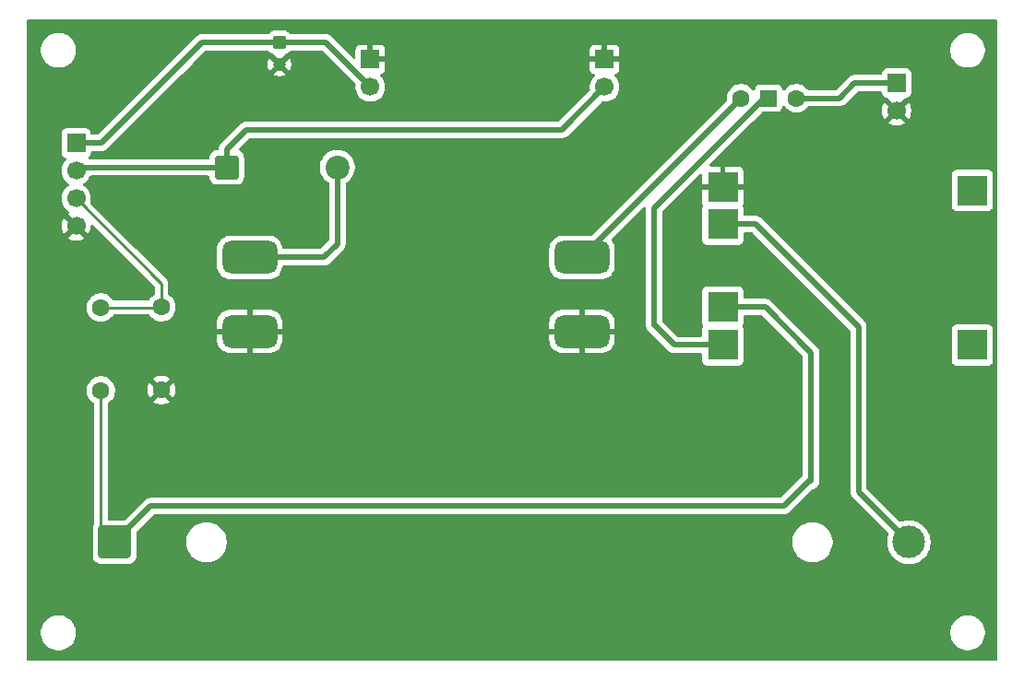
<source format=gbr>
%TF.GenerationSoftware,KiCad,Pcbnew,9.0.6*%
%TF.CreationDate,2026-01-16T16:59:01+03:00*%
%TF.ProjectId,RegulatedPowerSupply3.3V5V,52656775-6c61-4746-9564-506f77657253,rev?*%
%TF.SameCoordinates,Original*%
%TF.FileFunction,Copper,L2,Bot*%
%TF.FilePolarity,Positive*%
%FSLAX46Y46*%
G04 Gerber Fmt 4.6, Leading zero omitted, Abs format (unit mm)*
G04 Created by KiCad (PCBNEW 9.0.6) date 2026-01-16 16:59:01*
%MOMM*%
%LPD*%
G01*
G04 APERTURE LIST*
G04 Aperture macros list*
%AMRoundRect*
0 Rectangle with rounded corners*
0 $1 Rounding radius*
0 $2 $3 $4 $5 $6 $7 $8 $9 X,Y pos of 4 corners*
0 Add a 4 corners polygon primitive as box body*
4,1,4,$2,$3,$4,$5,$6,$7,$8,$9,$2,$3,0*
0 Add four circle primitives for the rounded corners*
1,1,$1+$1,$2,$3*
1,1,$1+$1,$4,$5*
1,1,$1+$1,$6,$7*
1,1,$1+$1,$8,$9*
0 Add four rect primitives between the rounded corners*
20,1,$1+$1,$2,$3,$4,$5,0*
20,1,$1+$1,$4,$5,$6,$7,0*
20,1,$1+$1,$6,$7,$8,$9,0*
20,1,$1+$1,$8,$9,$2,$3,0*%
G04 Aperture macros list end*
%TA.AperFunction,ComponentPad*%
%ADD10RoundRect,0.750000X1.750000X0.750000X-1.750000X0.750000X-1.750000X-0.750000X1.750000X-0.750000X0*%
%TD*%
%TA.AperFunction,ComponentPad*%
%ADD11C,1.600000*%
%TD*%
%TA.AperFunction,ComponentPad*%
%ADD12R,1.500000X1.500000*%
%TD*%
%TA.AperFunction,ComponentPad*%
%ADD13R,1.700000X1.700000*%
%TD*%
%TA.AperFunction,ComponentPad*%
%ADD14C,1.700000*%
%TD*%
%TA.AperFunction,ComponentPad*%
%ADD15RoundRect,0.250000X-0.350000X0.350000X-0.350000X-0.350000X0.350000X-0.350000X0.350000X0.350000X0*%
%TD*%
%TA.AperFunction,ComponentPad*%
%ADD16C,1.200000*%
%TD*%
%TA.AperFunction,ComponentPad*%
%ADD17R,2.800000X2.800000*%
%TD*%
%TA.AperFunction,ComponentPad*%
%ADD18RoundRect,0.249999X-1.250001X-1.250001X1.250001X-1.250001X1.250001X1.250001X-1.250001X1.250001X0*%
%TD*%
%TA.AperFunction,ComponentPad*%
%ADD19C,3.000000*%
%TD*%
%TA.AperFunction,ComponentPad*%
%ADD20RoundRect,0.249999X-0.850001X-0.850001X0.850001X-0.850001X0.850001X0.850001X-0.850001X0.850001X0*%
%TD*%
%TA.AperFunction,ComponentPad*%
%ADD21C,2.200000*%
%TD*%
%TA.AperFunction,Conductor*%
%ADD22C,0.500000*%
%TD*%
%TA.AperFunction,Conductor*%
%ADD23C,0.250000*%
%TD*%
G04 APERTURE END LIST*
D10*
%TO.P,MT3608_Module1,1,VIN+*%
%TO.N,/TP4056+*%
X148900000Y-91150000D03*
%TO.P,MT3608_Module1,2,VIN-*%
%TO.N,GND*%
X148900000Y-97950000D03*
%TO.P,MT3608_Module1,3,VOUT-*%
X118400000Y-97950000D03*
%TO.P,MT3608_Module1,4,VOUT+*%
%TO.N,/5V*%
X118400000Y-91150000D03*
%TD*%
D11*
%TO.P,OnOff_SlidingSW1,3,A*%
%TO.N,Net-(OnOff_SlidingSW1-A)*%
X168575000Y-76525000D03*
%TO.P,OnOff_SlidingSW1,2,C*%
%TO.N,/TP4056+*%
X163495000Y-76525000D03*
D12*
%TO.P,OnOff_SlidingSW1,1,B*%
X166035000Y-76525000D03*
%TD*%
D13*
%TO.P,PWROFF_IND1,1,Pin_1*%
%TO.N,Net-(OnOff_SlidingSW1-A)*%
X177775000Y-75135000D03*
D14*
%TO.P,PWROFF_IND1,2,Pin_2*%
%TO.N,GND*%
X177775000Y-77675000D03*
%TD*%
D13*
%TO.P,AMS1117_VOUTGND1,1,Pin_1*%
%TO.N,GND*%
X129475000Y-72960000D03*
D14*
%TO.P,AMS1117_VOUTGND1,2,Pin_2*%
%TO.N,/3.3V*%
X129475000Y-75500000D03*
%TD*%
D13*
%TO.P,AMS1117_VINGND1,1,Pin_1*%
%TO.N,GND*%
X150975000Y-72960000D03*
D14*
%TO.P,AMS1117_VINGND1,2,Pin_2*%
%TO.N,/5V*%
X150975000Y-75500000D03*
%TD*%
D15*
%TO.P,C1,1*%
%TO.N,/3.3V*%
X121125000Y-71400000D03*
D16*
%TO.P,C1,2*%
%TO.N,GND*%
X121125000Y-73400000D03*
%TD*%
D11*
%TO.P,R2,1*%
%TO.N,/BATT+*%
X104750000Y-103375000D03*
%TO.P,R2,2*%
X104750000Y-95755000D03*
%TD*%
%TO.P,R1,1*%
%TO.N,GND*%
X110300000Y-103350000D03*
%TO.P,R1,2*%
%TO.N,/BATT+*%
X110300000Y-95730000D03*
%TD*%
D13*
%TO.P,POWER_RAIL1,1,Pin_1*%
%TO.N,/3.3V*%
X102475000Y-80655000D03*
D14*
%TO.P,POWER_RAIL1,2,Pin_2*%
%TO.N,/5V*%
X102475000Y-83195000D03*
%TO.P,POWER_RAIL1,3,Pin_3*%
%TO.N,/BATT+*%
X102475000Y-85735000D03*
%TO.P,POWER_RAIL1,4,Pin_4*%
%TO.N,GND*%
X102475000Y-88275000D03*
%TD*%
D17*
%TO.P,TP4056_Module1,1,5V_IN+*%
%TO.N,unconnected-(TP4056_Module1-5V_IN+-Pad1)*%
X184725000Y-99200000D03*
%TO.P,TP4056_Module1,2,GND*%
%TO.N,unconnected-(TP4056_Module1-GND-Pad2)*%
X184725000Y-85000000D03*
%TO.P,TP4056_Module1,3,OUT+*%
%TO.N,/TP4056+*%
X161825000Y-99200000D03*
%TO.P,TP4056_Module1,4,OUT-*%
%TO.N,GND*%
X161825000Y-84700000D03*
%TO.P,TP4056_Module1,5,BAT+*%
%TO.N,/BATT+*%
X161825000Y-95700000D03*
%TO.P,TP4056_Module1,6,BAT-*%
%TO.N,/BATT-*%
X161825000Y-88100000D03*
%TD*%
D18*
%TO.P,Li-ion Rechargable BT1,1,+*%
%TO.N,/BATT+*%
X106000000Y-117325000D03*
D19*
%TO.P,Li-ion Rechargable BT1,2,-*%
%TO.N,/BATT-*%
X178900000Y-117325000D03*
%TD*%
D20*
%TO.P,D1,1,K*%
%TO.N,/5V*%
X116290000Y-82875000D03*
D21*
%TO.P,D1,2,A*%
X126450000Y-82875000D03*
%TD*%
D22*
%TO.N,/BATT+*%
X169925000Y-99900000D02*
X169925000Y-111500000D01*
X106000000Y-117325000D02*
X109325000Y-114000000D01*
X167425000Y-114000000D02*
X169925000Y-111500000D01*
X109325000Y-114000000D02*
X167425000Y-114000000D01*
X161825000Y-95700000D02*
X165725000Y-95700000D01*
X165725000Y-95700000D02*
X169925000Y-99900000D01*
X169925000Y-111500000D02*
X169925000Y-111700000D01*
%TO.N,/5V*%
X116290000Y-81235000D02*
X118100000Y-79425000D01*
X118100000Y-79425000D02*
X147050000Y-79425000D01*
X116290000Y-82875000D02*
X116290000Y-81235000D01*
X147050000Y-79425000D02*
X150975000Y-75500000D01*
X116290000Y-82875000D02*
X102795000Y-82875000D01*
D23*
X102795000Y-82875000D02*
X102475000Y-83195000D01*
D22*
X125200000Y-91150000D02*
X126450000Y-89900000D01*
X126450000Y-89900000D02*
X126450000Y-82875000D01*
D23*
%TO.N,/BATT+*%
X110300000Y-95730000D02*
X110300000Y-93560000D01*
X110300000Y-93560000D02*
X102475000Y-85735000D01*
D22*
%TO.N,/3.3V*%
X121125000Y-71400000D02*
X114030000Y-71400000D01*
X114030000Y-71400000D02*
X104775000Y-80655000D01*
X104775000Y-80655000D02*
X102475000Y-80655000D01*
D23*
%TO.N,/BATT+*%
X104750000Y-95755000D02*
X110275000Y-95755000D01*
X110275000Y-95755000D02*
X110300000Y-95730000D01*
X104750000Y-103375000D02*
X104750000Y-116075000D01*
X104750000Y-116075000D02*
X106000000Y-117325000D01*
D22*
%TO.N,/3.3V*%
X129475000Y-75500000D02*
X125375000Y-71400000D01*
X125375000Y-71400000D02*
X121125000Y-71400000D01*
%TO.N,/5V*%
X118400000Y-91150000D02*
X125200000Y-91150000D01*
%TO.N,/TP4056+*%
X158975000Y-81075000D02*
X158975000Y-81045000D01*
X158975000Y-81045000D02*
X163495000Y-76525000D01*
X158975000Y-81075000D02*
X148900000Y-91150000D01*
X165625000Y-76525000D02*
X155525000Y-86625000D01*
X166035000Y-76525000D02*
X165625000Y-76525000D01*
X155575000Y-97425000D02*
X155525000Y-97375000D01*
X155525000Y-97375000D02*
X155525000Y-86625000D01*
X161825000Y-99200000D02*
X157350000Y-99200000D01*
X157350000Y-99200000D02*
X155575000Y-97425000D01*
%TO.N,/BATT-*%
X164850000Y-88100000D02*
X174275000Y-97525000D01*
X161825000Y-88100000D02*
X164850000Y-88100000D01*
X174275000Y-97525000D02*
X174275000Y-112700000D01*
X174275000Y-112700000D02*
X178900000Y-117325000D01*
%TO.N,Net-(OnOff_SlidingSW1-A)*%
X177775000Y-75135000D02*
X173915000Y-75135000D01*
X173915000Y-75135000D02*
X172525000Y-76525000D01*
X168575000Y-76525000D02*
X172525000Y-76525000D01*
%TD*%
%TA.AperFunction,Conductor*%
%TO.N,GND*%
G36*
X186917539Y-69270185D02*
G01*
X186963294Y-69322989D01*
X186974500Y-69374500D01*
X186974500Y-128125500D01*
X186954815Y-128192539D01*
X186902011Y-128238294D01*
X186850500Y-128249500D01*
X98099500Y-128249500D01*
X98032461Y-128229815D01*
X97986706Y-128177011D01*
X97975500Y-128125500D01*
X97975500Y-125524038D01*
X99249500Y-125524038D01*
X99249500Y-125775961D01*
X99288910Y-126024785D01*
X99366760Y-126264383D01*
X99481132Y-126488848D01*
X99629201Y-126692649D01*
X99629205Y-126692654D01*
X99807345Y-126870794D01*
X99807350Y-126870798D01*
X99985117Y-126999952D01*
X100011155Y-127018870D01*
X100154184Y-127091747D01*
X100235616Y-127133239D01*
X100235618Y-127133239D01*
X100235621Y-127133241D01*
X100475215Y-127211090D01*
X100724038Y-127250500D01*
X100724039Y-127250500D01*
X100975961Y-127250500D01*
X100975962Y-127250500D01*
X101224785Y-127211090D01*
X101464379Y-127133241D01*
X101688845Y-127018870D01*
X101892656Y-126870793D01*
X102070793Y-126692656D01*
X102218870Y-126488845D01*
X102333241Y-126264379D01*
X102411090Y-126024785D01*
X102450500Y-125775962D01*
X102450500Y-125524038D01*
X182699500Y-125524038D01*
X182699500Y-125775961D01*
X182738910Y-126024785D01*
X182816760Y-126264383D01*
X182931132Y-126488848D01*
X183079201Y-126692649D01*
X183079205Y-126692654D01*
X183257345Y-126870794D01*
X183257350Y-126870798D01*
X183435117Y-126999952D01*
X183461155Y-127018870D01*
X183604184Y-127091747D01*
X183685616Y-127133239D01*
X183685618Y-127133239D01*
X183685621Y-127133241D01*
X183925215Y-127211090D01*
X184174038Y-127250500D01*
X184174039Y-127250500D01*
X184425961Y-127250500D01*
X184425962Y-127250500D01*
X184674785Y-127211090D01*
X184914379Y-127133241D01*
X185138845Y-127018870D01*
X185342656Y-126870793D01*
X185520793Y-126692656D01*
X185668870Y-126488845D01*
X185783241Y-126264379D01*
X185861090Y-126024785D01*
X185900500Y-125775962D01*
X185900500Y-125524038D01*
X185861090Y-125275215D01*
X185783241Y-125035621D01*
X185783239Y-125035618D01*
X185783239Y-125035616D01*
X185741747Y-124954184D01*
X185668870Y-124811155D01*
X185649952Y-124785117D01*
X185520798Y-124607350D01*
X185520794Y-124607345D01*
X185342654Y-124429205D01*
X185342649Y-124429201D01*
X185138848Y-124281132D01*
X185138847Y-124281131D01*
X185138845Y-124281130D01*
X185068747Y-124245413D01*
X184914383Y-124166760D01*
X184674785Y-124088910D01*
X184425962Y-124049500D01*
X184174038Y-124049500D01*
X184049626Y-124069205D01*
X183925214Y-124088910D01*
X183685616Y-124166760D01*
X183461151Y-124281132D01*
X183257350Y-124429201D01*
X183257345Y-124429205D01*
X183079205Y-124607345D01*
X183079201Y-124607350D01*
X182931132Y-124811151D01*
X182816760Y-125035616D01*
X182738910Y-125275214D01*
X182699500Y-125524038D01*
X102450500Y-125524038D01*
X102411090Y-125275215D01*
X102333241Y-125035621D01*
X102333239Y-125035618D01*
X102333239Y-125035616D01*
X102291747Y-124954184D01*
X102218870Y-124811155D01*
X102199952Y-124785117D01*
X102070798Y-124607350D01*
X102070794Y-124607345D01*
X101892654Y-124429205D01*
X101892649Y-124429201D01*
X101688848Y-124281132D01*
X101688847Y-124281131D01*
X101688845Y-124281130D01*
X101618747Y-124245413D01*
X101464383Y-124166760D01*
X101224785Y-124088910D01*
X100975962Y-124049500D01*
X100724038Y-124049500D01*
X100599626Y-124069205D01*
X100475214Y-124088910D01*
X100235616Y-124166760D01*
X100011151Y-124281132D01*
X99807350Y-124429201D01*
X99807345Y-124429205D01*
X99629205Y-124607345D01*
X99629201Y-124607350D01*
X99481132Y-124811151D01*
X99366760Y-125035616D01*
X99288910Y-125275214D01*
X99249500Y-125524038D01*
X97975500Y-125524038D01*
X97975500Y-103272648D01*
X103449500Y-103272648D01*
X103449500Y-103477351D01*
X103481522Y-103679534D01*
X103544781Y-103874223D01*
X103608691Y-103999653D01*
X103624842Y-104031350D01*
X103637715Y-104056613D01*
X103758028Y-104222213D01*
X103758034Y-104222219D01*
X103902781Y-104366966D01*
X104068390Y-104487287D01*
X104068394Y-104487289D01*
X104072332Y-104490150D01*
X104071111Y-104491829D01*
X104112155Y-104537177D01*
X104124500Y-104591114D01*
X104124500Y-115624335D01*
X104106039Y-115689431D01*
X104065189Y-115755658D01*
X104065186Y-115755665D01*
X104010001Y-115922202D01*
X104010001Y-115922203D01*
X104010000Y-115922203D01*
X103999500Y-116024982D01*
X103999500Y-118625017D01*
X104010000Y-118727796D01*
X104056107Y-118866936D01*
X104065186Y-118894335D01*
X104157288Y-119043656D01*
X104281344Y-119167712D01*
X104430665Y-119259814D01*
X104597202Y-119314999D01*
X104699990Y-119325500D01*
X104699995Y-119325500D01*
X107300005Y-119325500D01*
X107300010Y-119325500D01*
X107402798Y-119314999D01*
X107569335Y-119259814D01*
X107718656Y-119167712D01*
X107842712Y-119043656D01*
X107934814Y-118894335D01*
X107989999Y-118727798D01*
X108000500Y-118625010D01*
X108000500Y-117203711D01*
X112594500Y-117203711D01*
X112594500Y-117446288D01*
X112626161Y-117686785D01*
X112688947Y-117921104D01*
X112708960Y-117969419D01*
X112781776Y-118145212D01*
X112903064Y-118355289D01*
X112903066Y-118355292D01*
X112903067Y-118355293D01*
X113050733Y-118547736D01*
X113050739Y-118547743D01*
X113222256Y-118719260D01*
X113222262Y-118719265D01*
X113414711Y-118866936D01*
X113624788Y-118988224D01*
X113848900Y-119081054D01*
X114083211Y-119143838D01*
X114263586Y-119167584D01*
X114323711Y-119175500D01*
X114323712Y-119175500D01*
X114566289Y-119175500D01*
X114625460Y-119167710D01*
X114806789Y-119143838D01*
X115041100Y-119081054D01*
X115265212Y-118988224D01*
X115475289Y-118866936D01*
X115667738Y-118719265D01*
X115839265Y-118547738D01*
X115986936Y-118355289D01*
X116108224Y-118145212D01*
X116201054Y-117921100D01*
X116263838Y-117686789D01*
X116295500Y-117446288D01*
X116295500Y-117203712D01*
X116295500Y-117203711D01*
X168204500Y-117203711D01*
X168204500Y-117446288D01*
X168236161Y-117686785D01*
X168298947Y-117921104D01*
X168318960Y-117969419D01*
X168391776Y-118145212D01*
X168513064Y-118355289D01*
X168513066Y-118355292D01*
X168513067Y-118355293D01*
X168660733Y-118547736D01*
X168660739Y-118547743D01*
X168832256Y-118719260D01*
X168832262Y-118719265D01*
X169024711Y-118866936D01*
X169234788Y-118988224D01*
X169458900Y-119081054D01*
X169693211Y-119143838D01*
X169873586Y-119167584D01*
X169933711Y-119175500D01*
X169933712Y-119175500D01*
X170176289Y-119175500D01*
X170235460Y-119167710D01*
X170416789Y-119143838D01*
X170651100Y-119081054D01*
X170875212Y-118988224D01*
X171085289Y-118866936D01*
X171277738Y-118719265D01*
X171449265Y-118547738D01*
X171596936Y-118355289D01*
X171718224Y-118145212D01*
X171811054Y-117921100D01*
X171873838Y-117686789D01*
X171905500Y-117446288D01*
X171905500Y-117203712D01*
X171904206Y-117193886D01*
X171873838Y-116963214D01*
X171873838Y-116963211D01*
X171811054Y-116728900D01*
X171718224Y-116504788D01*
X171596936Y-116294711D01*
X171449265Y-116102262D01*
X171449260Y-116102256D01*
X171277743Y-115930739D01*
X171277736Y-115930733D01*
X171085293Y-115783067D01*
X171085292Y-115783066D01*
X171085289Y-115783064D01*
X170875212Y-115661776D01*
X170869720Y-115659501D01*
X170651104Y-115568947D01*
X170416785Y-115506161D01*
X170176289Y-115474500D01*
X170176288Y-115474500D01*
X169933712Y-115474500D01*
X169933711Y-115474500D01*
X169693214Y-115506161D01*
X169458895Y-115568947D01*
X169234794Y-115661773D01*
X169234785Y-115661777D01*
X169024706Y-115783067D01*
X168832263Y-115930733D01*
X168832256Y-115930739D01*
X168660739Y-116102256D01*
X168660733Y-116102263D01*
X168513067Y-116294706D01*
X168391777Y-116504785D01*
X168391773Y-116504794D01*
X168298947Y-116728895D01*
X168236161Y-116963214D01*
X168204500Y-117203711D01*
X116295500Y-117203711D01*
X116294206Y-117193886D01*
X116263838Y-116963214D01*
X116263838Y-116963211D01*
X116201054Y-116728900D01*
X116108224Y-116504788D01*
X115986936Y-116294711D01*
X115839265Y-116102262D01*
X115839260Y-116102256D01*
X115667743Y-115930739D01*
X115667736Y-115930733D01*
X115475293Y-115783067D01*
X115475292Y-115783066D01*
X115475289Y-115783064D01*
X115265212Y-115661776D01*
X115259720Y-115659501D01*
X115041104Y-115568947D01*
X114806785Y-115506161D01*
X114566289Y-115474500D01*
X114566288Y-115474500D01*
X114323712Y-115474500D01*
X114323711Y-115474500D01*
X114083214Y-115506161D01*
X113848895Y-115568947D01*
X113624794Y-115661773D01*
X113624785Y-115661777D01*
X113414706Y-115783067D01*
X113222263Y-115930733D01*
X113222256Y-115930739D01*
X113050739Y-116102256D01*
X113050733Y-116102263D01*
X112903067Y-116294706D01*
X112781777Y-116504785D01*
X112781773Y-116504794D01*
X112688947Y-116728895D01*
X112626161Y-116963214D01*
X112594500Y-117203711D01*
X108000500Y-117203711D01*
X108000500Y-116437229D01*
X108020185Y-116370190D01*
X108036819Y-116349548D01*
X109599548Y-114786819D01*
X109660871Y-114753334D01*
X109687229Y-114750500D01*
X167498920Y-114750500D01*
X167596462Y-114731096D01*
X167643913Y-114721658D01*
X167780495Y-114665084D01*
X167829729Y-114632186D01*
X167903416Y-114582952D01*
X170018447Y-112467919D01*
X170079768Y-112434436D01*
X170081778Y-112434016D01*
X170143913Y-112421658D01*
X170280495Y-112365084D01*
X170403416Y-112282951D01*
X170507951Y-112178416D01*
X170590084Y-112055495D01*
X170646658Y-111918913D01*
X170675500Y-111773918D01*
X170675500Y-111426082D01*
X170675500Y-99826082D01*
X170675500Y-99826079D01*
X170646659Y-99681092D01*
X170646658Y-99681091D01*
X170646658Y-99681087D01*
X170590084Y-99544505D01*
X170557186Y-99495270D01*
X170557185Y-99495268D01*
X170507956Y-99421589D01*
X170507952Y-99421584D01*
X166203421Y-95117052D01*
X166203420Y-95117051D01*
X166192590Y-95109815D01*
X166100660Y-95048390D01*
X166100660Y-95048389D01*
X166080495Y-95034916D01*
X166080490Y-95034913D01*
X165943917Y-94978343D01*
X165943907Y-94978340D01*
X165798920Y-94949500D01*
X165798918Y-94949500D01*
X163849499Y-94949500D01*
X163782460Y-94929815D01*
X163736705Y-94877011D01*
X163725499Y-94825500D01*
X163725499Y-94252129D01*
X163725498Y-94252123D01*
X163725497Y-94252116D01*
X163719091Y-94192517D01*
X163668796Y-94057669D01*
X163668795Y-94057668D01*
X163668793Y-94057664D01*
X163582547Y-93942455D01*
X163582544Y-93942452D01*
X163467335Y-93856206D01*
X163467328Y-93856202D01*
X163332482Y-93805908D01*
X163332483Y-93805908D01*
X163272883Y-93799501D01*
X163272881Y-93799500D01*
X163272873Y-93799500D01*
X163272864Y-93799500D01*
X160377129Y-93799500D01*
X160377123Y-93799501D01*
X160317516Y-93805908D01*
X160182671Y-93856202D01*
X160182664Y-93856206D01*
X160067455Y-93942452D01*
X160067452Y-93942455D01*
X159981206Y-94057664D01*
X159981202Y-94057671D01*
X159930908Y-94192517D01*
X159924501Y-94252116D01*
X159924501Y-94252123D01*
X159924500Y-94252135D01*
X159924500Y-97147870D01*
X159924501Y-97147876D01*
X159930908Y-97207483D01*
X159981202Y-97342328D01*
X159981203Y-97342330D01*
X160006176Y-97375690D01*
X160030592Y-97441155D01*
X160015740Y-97509428D01*
X160006176Y-97524310D01*
X159981203Y-97557669D01*
X159981202Y-97557671D01*
X159930908Y-97692517D01*
X159926825Y-97730499D01*
X159924501Y-97752123D01*
X159924500Y-97752135D01*
X159924500Y-98325500D01*
X159904815Y-98392539D01*
X159852011Y-98438294D01*
X159800500Y-98449500D01*
X157712230Y-98449500D01*
X157645191Y-98429815D01*
X157624549Y-98413181D01*
X156311819Y-97100451D01*
X156278334Y-97039128D01*
X156275500Y-97012770D01*
X156275500Y-86987229D01*
X156295185Y-86920190D01*
X156311814Y-86899553D01*
X159713320Y-83498047D01*
X159774642Y-83464563D01*
X159844334Y-83469547D01*
X159900267Y-83511419D01*
X159924684Y-83576883D01*
X159925000Y-83585729D01*
X159925000Y-84450000D01*
X161095111Y-84450000D01*
X161084590Y-84475399D01*
X161055000Y-84624162D01*
X161055000Y-84775838D01*
X161084590Y-84924601D01*
X161095111Y-84950000D01*
X159925000Y-84950000D01*
X159925000Y-86147844D01*
X159931401Y-86207372D01*
X159931403Y-86207379D01*
X159984746Y-86350399D01*
X159982930Y-86351076D01*
X159995383Y-86408316D01*
X159983428Y-86449033D01*
X159984303Y-86449359D01*
X159930908Y-86592517D01*
X159924501Y-86652116D01*
X159924501Y-86652123D01*
X159924500Y-86652135D01*
X159924500Y-89547870D01*
X159924501Y-89547876D01*
X159930908Y-89607483D01*
X159981202Y-89742328D01*
X159981206Y-89742335D01*
X160067452Y-89857544D01*
X160067455Y-89857547D01*
X160182664Y-89943793D01*
X160182671Y-89943797D01*
X160317517Y-89994091D01*
X160317516Y-89994091D01*
X160324444Y-89994835D01*
X160377127Y-90000500D01*
X163272872Y-90000499D01*
X163332483Y-89994091D01*
X163467331Y-89943796D01*
X163582546Y-89857546D01*
X163668796Y-89742331D01*
X163719091Y-89607483D01*
X163725500Y-89547873D01*
X163725500Y-88974500D01*
X163745185Y-88907461D01*
X163797989Y-88861706D01*
X163849500Y-88850500D01*
X164487770Y-88850500D01*
X164554809Y-88870185D01*
X164575451Y-88886819D01*
X173488181Y-97799549D01*
X173521666Y-97860872D01*
X173524500Y-97887230D01*
X173524500Y-112773918D01*
X173524500Y-112773920D01*
X173524499Y-112773920D01*
X173553340Y-112918907D01*
X173553343Y-112918917D01*
X173609914Y-113055492D01*
X173642812Y-113104727D01*
X173642813Y-113104730D01*
X173692046Y-113178414D01*
X173692052Y-113178421D01*
X176999429Y-116485797D01*
X177032914Y-116547120D01*
X177027930Y-116616812D01*
X177026309Y-116620930D01*
X177001607Y-116680565D01*
X177001602Y-116680581D01*
X176933730Y-116933885D01*
X176899500Y-117193872D01*
X176899500Y-117456127D01*
X176926123Y-117658339D01*
X176933730Y-117716116D01*
X176988655Y-117921100D01*
X177001602Y-117969418D01*
X177001605Y-117969428D01*
X177101953Y-118211690D01*
X177101958Y-118211700D01*
X177233075Y-118438803D01*
X177392718Y-118646851D01*
X177392726Y-118646860D01*
X177578140Y-118832274D01*
X177578148Y-118832281D01*
X177786196Y-118991924D01*
X178013299Y-119123041D01*
X178013309Y-119123046D01*
X178255571Y-119223394D01*
X178255581Y-119223398D01*
X178508884Y-119291270D01*
X178768880Y-119325500D01*
X178768887Y-119325500D01*
X179031113Y-119325500D01*
X179031120Y-119325500D01*
X179291116Y-119291270D01*
X179544419Y-119223398D01*
X179786697Y-119123043D01*
X180013803Y-118991924D01*
X180221851Y-118832282D01*
X180221855Y-118832277D01*
X180221860Y-118832274D01*
X180407274Y-118646860D01*
X180407277Y-118646855D01*
X180407282Y-118646851D01*
X180566924Y-118438803D01*
X180698043Y-118211697D01*
X180798398Y-117969419D01*
X180866270Y-117716116D01*
X180900500Y-117456120D01*
X180900500Y-117193880D01*
X180866270Y-116933884D01*
X180798398Y-116680581D01*
X180798394Y-116680571D01*
X180698046Y-116438309D01*
X180698041Y-116438299D01*
X180566924Y-116211196D01*
X180407281Y-116003148D01*
X180407274Y-116003140D01*
X180221860Y-115817726D01*
X180221851Y-115817718D01*
X180013803Y-115658075D01*
X179786700Y-115526958D01*
X179786690Y-115526953D01*
X179544428Y-115426605D01*
X179544421Y-115426603D01*
X179544419Y-115426602D01*
X179291116Y-115358730D01*
X179233339Y-115351123D01*
X179031127Y-115324500D01*
X179031120Y-115324500D01*
X178768880Y-115324500D01*
X178768872Y-115324500D01*
X178537772Y-115354926D01*
X178508884Y-115358730D01*
X178263691Y-115424429D01*
X178255581Y-115426602D01*
X178255565Y-115426607D01*
X178195930Y-115451309D01*
X178126460Y-115458778D01*
X178063981Y-115427502D01*
X178060797Y-115424429D01*
X175061819Y-112425451D01*
X175028334Y-112364128D01*
X175025500Y-112337770D01*
X175025500Y-97752135D01*
X182824500Y-97752135D01*
X182824500Y-100647870D01*
X182824501Y-100647876D01*
X182830908Y-100707483D01*
X182881202Y-100842328D01*
X182881206Y-100842335D01*
X182967452Y-100957544D01*
X182967455Y-100957547D01*
X183082664Y-101043793D01*
X183082671Y-101043797D01*
X183217517Y-101094091D01*
X183217516Y-101094091D01*
X183224444Y-101094835D01*
X183277127Y-101100500D01*
X186172872Y-101100499D01*
X186232483Y-101094091D01*
X186367331Y-101043796D01*
X186482546Y-100957546D01*
X186568796Y-100842331D01*
X186619091Y-100707483D01*
X186625500Y-100647873D01*
X186625499Y-97752128D01*
X186619091Y-97692517D01*
X186568796Y-97557669D01*
X186568795Y-97557668D01*
X186568793Y-97557664D01*
X186482547Y-97442455D01*
X186482544Y-97442452D01*
X186367335Y-97356206D01*
X186367328Y-97356202D01*
X186232482Y-97305908D01*
X186232483Y-97305908D01*
X186172883Y-97299501D01*
X186172881Y-97299500D01*
X186172873Y-97299500D01*
X186172864Y-97299500D01*
X183277129Y-97299500D01*
X183277123Y-97299501D01*
X183217516Y-97305908D01*
X183082671Y-97356202D01*
X183082664Y-97356206D01*
X182967455Y-97442452D01*
X182967452Y-97442455D01*
X182881206Y-97557664D01*
X182881202Y-97557671D01*
X182830908Y-97692517D01*
X182826825Y-97730499D01*
X182824501Y-97752123D01*
X182824500Y-97752135D01*
X175025500Y-97752135D01*
X175025500Y-97451079D01*
X174996659Y-97306092D01*
X174996658Y-97306091D01*
X174996658Y-97306087D01*
X174993930Y-97299500D01*
X174940086Y-97169509D01*
X174940085Y-97169507D01*
X174925636Y-97147883D01*
X174907186Y-97120270D01*
X174869677Y-97064132D01*
X174857956Y-97046589D01*
X174857952Y-97046584D01*
X165328421Y-87517052D01*
X165328414Y-87517046D01*
X165254729Y-87467812D01*
X165254729Y-87467813D01*
X165205491Y-87434913D01*
X165068917Y-87378343D01*
X165068907Y-87378340D01*
X164923920Y-87349500D01*
X164923918Y-87349500D01*
X163849499Y-87349500D01*
X163782460Y-87329815D01*
X163736705Y-87277011D01*
X163725499Y-87225500D01*
X163725499Y-86652129D01*
X163725498Y-86652123D01*
X163725497Y-86652116D01*
X163719091Y-86592517D01*
X163702692Y-86548548D01*
X163665697Y-86449359D01*
X163667266Y-86448773D01*
X163654616Y-86390630D01*
X163666314Y-86350793D01*
X163665253Y-86350398D01*
X163718597Y-86207376D01*
X163718598Y-86207372D01*
X163724999Y-86147844D01*
X163725000Y-86147827D01*
X163725000Y-84950000D01*
X162554889Y-84950000D01*
X162565410Y-84924601D01*
X162595000Y-84775838D01*
X162595000Y-84624162D01*
X162565410Y-84475399D01*
X162554889Y-84450000D01*
X163725000Y-84450000D01*
X163725000Y-83552135D01*
X182824500Y-83552135D01*
X182824500Y-86447870D01*
X182824501Y-86447876D01*
X182830908Y-86507483D01*
X182881202Y-86642328D01*
X182881206Y-86642335D01*
X182967452Y-86757544D01*
X182967455Y-86757547D01*
X183082664Y-86843793D01*
X183082671Y-86843797D01*
X183217517Y-86894091D01*
X183217516Y-86894091D01*
X183224046Y-86894793D01*
X183277127Y-86900500D01*
X186172872Y-86900499D01*
X186232483Y-86894091D01*
X186367331Y-86843796D01*
X186482546Y-86757546D01*
X186568796Y-86642331D01*
X186619091Y-86507483D01*
X186625500Y-86447873D01*
X186625499Y-83552128D01*
X186619091Y-83492517D01*
X186568796Y-83357669D01*
X186568795Y-83357668D01*
X186568793Y-83357664D01*
X186482547Y-83242455D01*
X186482544Y-83242452D01*
X186367335Y-83156206D01*
X186367328Y-83156202D01*
X186232482Y-83105908D01*
X186232483Y-83105908D01*
X186172883Y-83099501D01*
X186172881Y-83099500D01*
X186172873Y-83099500D01*
X186172864Y-83099500D01*
X183277129Y-83099500D01*
X183277123Y-83099501D01*
X183217516Y-83105908D01*
X183082671Y-83156202D01*
X183082664Y-83156206D01*
X182967455Y-83242452D01*
X182967452Y-83242455D01*
X182881206Y-83357664D01*
X182881202Y-83357671D01*
X182830908Y-83492517D01*
X182824501Y-83552116D01*
X182824501Y-83552123D01*
X182824500Y-83552135D01*
X163725000Y-83552135D01*
X163725000Y-83252172D01*
X163724999Y-83252155D01*
X163718598Y-83192627D01*
X163718596Y-83192620D01*
X163668354Y-83057913D01*
X163668350Y-83057906D01*
X163582190Y-82942812D01*
X163582187Y-82942809D01*
X163467093Y-82856649D01*
X163467086Y-82856645D01*
X163332379Y-82806403D01*
X163332372Y-82806401D01*
X163272844Y-82800000D01*
X162075000Y-82800000D01*
X162075000Y-83970110D01*
X162049601Y-83959590D01*
X161900838Y-83930000D01*
X161749162Y-83930000D01*
X161600399Y-83959590D01*
X161575000Y-83970110D01*
X161575000Y-82800000D01*
X160710730Y-82800000D01*
X160643691Y-82780315D01*
X160597936Y-82727511D01*
X160587992Y-82658353D01*
X160617017Y-82594797D01*
X160623049Y-82588319D01*
X164556037Y-78655330D01*
X165399549Y-77811818D01*
X165460872Y-77778333D01*
X165487230Y-77775499D01*
X166832871Y-77775499D01*
X166832872Y-77775499D01*
X166892483Y-77769091D01*
X167027331Y-77718796D01*
X167142546Y-77632546D01*
X167228796Y-77517331D01*
X167279091Y-77382483D01*
X167284823Y-77329162D01*
X167311560Y-77264615D01*
X167368952Y-77224767D01*
X167438777Y-77222273D01*
X167498866Y-77257925D01*
X167508430Y-77269536D01*
X167583028Y-77372212D01*
X167583032Y-77372217D01*
X167727786Y-77516971D01*
X167854695Y-77609174D01*
X167893390Y-77637287D01*
X168009607Y-77696503D01*
X168075776Y-77730218D01*
X168075778Y-77730218D01*
X168075781Y-77730220D01*
X168180137Y-77764127D01*
X168270465Y-77793477D01*
X168371557Y-77809488D01*
X168472648Y-77825500D01*
X168472649Y-77825500D01*
X168677351Y-77825500D01*
X168677352Y-77825500D01*
X168879534Y-77793477D01*
X169074219Y-77730220D01*
X169256610Y-77637287D01*
X169350940Y-77568753D01*
X169422213Y-77516971D01*
X169422215Y-77516968D01*
X169422219Y-77516966D01*
X169566966Y-77372219D01*
X169604127Y-77321070D01*
X169608753Y-77315993D01*
X169632975Y-77301263D01*
X169655429Y-77283949D01*
X169664139Y-77282313D01*
X169668452Y-77279691D01*
X169676973Y-77279902D01*
X169700418Y-77275500D01*
X172598920Y-77275500D01*
X172696462Y-77256096D01*
X172743913Y-77246658D01*
X172880495Y-77190084D01*
X172929729Y-77157186D01*
X173003416Y-77107952D01*
X174189549Y-75921819D01*
X174250872Y-75888334D01*
X174277230Y-75885500D01*
X176300501Y-75885500D01*
X176367540Y-75905185D01*
X176413295Y-75957989D01*
X176424501Y-76009500D01*
X176424501Y-76032876D01*
X176430908Y-76092483D01*
X176481202Y-76227328D01*
X176481206Y-76227335D01*
X176567452Y-76342544D01*
X176567455Y-76342547D01*
X176682664Y-76428793D01*
X176682671Y-76428797D01*
X176727618Y-76445561D01*
X176817517Y-76479091D01*
X176877127Y-76485500D01*
X176887685Y-76485499D01*
X176954723Y-76505179D01*
X176975372Y-76521818D01*
X177645591Y-77192037D01*
X177582007Y-77209075D01*
X177467993Y-77274901D01*
X177374901Y-77367993D01*
X177309075Y-77482007D01*
X177292037Y-77545591D01*
X176659728Y-76913282D01*
X176659727Y-76913282D01*
X176620380Y-76967439D01*
X176523904Y-77156782D01*
X176458242Y-77358869D01*
X176458242Y-77358872D01*
X176425000Y-77568753D01*
X176425000Y-77781246D01*
X176458242Y-77991127D01*
X176458242Y-77991130D01*
X176523904Y-78193217D01*
X176620375Y-78382550D01*
X176659728Y-78436716D01*
X177292037Y-77804408D01*
X177309075Y-77867993D01*
X177374901Y-77982007D01*
X177467993Y-78075099D01*
X177582007Y-78140925D01*
X177645590Y-78157962D01*
X177013282Y-78790269D01*
X177013282Y-78790270D01*
X177067449Y-78829624D01*
X177256782Y-78926095D01*
X177458870Y-78991757D01*
X177668754Y-79025000D01*
X177881246Y-79025000D01*
X178091127Y-78991757D01*
X178091130Y-78991757D01*
X178293217Y-78926095D01*
X178482554Y-78829622D01*
X178536716Y-78790270D01*
X178536717Y-78790270D01*
X177904408Y-78157962D01*
X177967993Y-78140925D01*
X178082007Y-78075099D01*
X178175099Y-77982007D01*
X178240925Y-77867993D01*
X178257962Y-77804408D01*
X178890270Y-78436717D01*
X178890270Y-78436716D01*
X178929622Y-78382554D01*
X179026095Y-78193217D01*
X179091757Y-77991130D01*
X179091757Y-77991127D01*
X179125000Y-77781246D01*
X179125000Y-77568753D01*
X179091757Y-77358872D01*
X179091757Y-77358869D01*
X179026095Y-77156782D01*
X178929624Y-76967449D01*
X178890270Y-76913282D01*
X178890269Y-76913282D01*
X178257962Y-77545590D01*
X178240925Y-77482007D01*
X178175099Y-77367993D01*
X178082007Y-77274901D01*
X177967993Y-77209075D01*
X177904409Y-77192037D01*
X178574627Y-76521818D01*
X178635950Y-76488333D01*
X178662307Y-76485499D01*
X178672872Y-76485499D01*
X178732483Y-76479091D01*
X178867331Y-76428796D01*
X178982546Y-76342546D01*
X179068796Y-76227331D01*
X179119091Y-76092483D01*
X179125500Y-76032873D01*
X179125499Y-74237128D01*
X179119091Y-74177517D01*
X179115239Y-74167190D01*
X179068797Y-74042671D01*
X179068793Y-74042664D01*
X178982547Y-73927455D01*
X178982544Y-73927452D01*
X178867335Y-73841206D01*
X178867328Y-73841202D01*
X178732482Y-73790908D01*
X178732483Y-73790908D01*
X178672883Y-73784501D01*
X178672881Y-73784500D01*
X178672873Y-73784500D01*
X178672864Y-73784500D01*
X176877129Y-73784500D01*
X176877123Y-73784501D01*
X176817516Y-73790908D01*
X176682671Y-73841202D01*
X176682664Y-73841206D01*
X176567455Y-73927452D01*
X176567452Y-73927455D01*
X176481206Y-74042664D01*
X176481202Y-74042671D01*
X176430908Y-74177517D01*
X176424501Y-74237116D01*
X176424501Y-74237123D01*
X176424500Y-74237135D01*
X176424500Y-74260500D01*
X176404815Y-74327539D01*
X176352011Y-74373294D01*
X176300500Y-74384500D01*
X173841080Y-74384500D01*
X173696092Y-74413340D01*
X173696082Y-74413343D01*
X173559509Y-74469913D01*
X173559507Y-74469914D01*
X173518645Y-74497218D01*
X173518643Y-74497219D01*
X173436589Y-74552043D01*
X173436584Y-74552047D01*
X172250451Y-75738181D01*
X172189128Y-75771666D01*
X172162770Y-75774500D01*
X169700418Y-75774500D01*
X169633379Y-75754815D01*
X169600100Y-75723385D01*
X169566971Y-75677787D01*
X169566967Y-75677782D01*
X169422213Y-75533028D01*
X169256613Y-75412715D01*
X169256612Y-75412714D01*
X169256610Y-75412713D01*
X169199653Y-75383691D01*
X169074223Y-75319781D01*
X168879534Y-75256522D01*
X168704995Y-75228878D01*
X168677352Y-75224500D01*
X168472648Y-75224500D01*
X168448329Y-75228351D01*
X168270465Y-75256522D01*
X168075776Y-75319781D01*
X167893386Y-75412715D01*
X167727786Y-75533028D01*
X167583032Y-75677782D01*
X167583028Y-75677787D01*
X167508430Y-75780463D01*
X167453100Y-75823129D01*
X167383487Y-75829108D01*
X167321692Y-75796502D01*
X167287334Y-75735664D01*
X167284822Y-75720831D01*
X167279091Y-75667516D01*
X167228797Y-75532671D01*
X167228793Y-75532664D01*
X167142547Y-75417455D01*
X167142544Y-75417452D01*
X167027335Y-75331206D01*
X167027328Y-75331202D01*
X166892482Y-75280908D01*
X166892483Y-75280908D01*
X166832883Y-75274501D01*
X166832881Y-75274500D01*
X166832873Y-75274500D01*
X166832864Y-75274500D01*
X165237129Y-75274500D01*
X165237123Y-75274501D01*
X165177516Y-75280908D01*
X165042671Y-75331202D01*
X165042664Y-75331206D01*
X164927455Y-75417452D01*
X164927452Y-75417455D01*
X164841206Y-75532664D01*
X164841202Y-75532671D01*
X164790908Y-75667516D01*
X164785176Y-75720834D01*
X164758438Y-75785385D01*
X164701045Y-75825233D01*
X164631220Y-75827726D01*
X164571131Y-75792073D01*
X164561569Y-75780463D01*
X164486971Y-75677786D01*
X164342213Y-75533028D01*
X164176613Y-75412715D01*
X164176612Y-75412714D01*
X164176610Y-75412713D01*
X164119653Y-75383691D01*
X163994223Y-75319781D01*
X163799534Y-75256522D01*
X163624995Y-75228878D01*
X163597352Y-75224500D01*
X163392648Y-75224500D01*
X163368329Y-75228351D01*
X163190465Y-75256522D01*
X162995776Y-75319781D01*
X162813386Y-75412715D01*
X162647786Y-75533028D01*
X162503028Y-75677786D01*
X162382715Y-75843386D01*
X162289781Y-76025776D01*
X162226522Y-76220465D01*
X162194500Y-76422648D01*
X162194500Y-76627351D01*
X162203318Y-76683026D01*
X162194363Y-76752320D01*
X162168526Y-76790105D01*
X158392050Y-80566580D01*
X158392049Y-80566581D01*
X158342814Y-80640269D01*
X158342808Y-80640278D01*
X158338418Y-80646847D01*
X158323002Y-80665629D01*
X149875449Y-89113181D01*
X149814126Y-89146666D01*
X149787768Y-89149500D01*
X147085791Y-89149500D01*
X147085776Y-89149501D01*
X146953586Y-89159904D01*
X146953579Y-89159905D01*
X146735321Y-89214902D01*
X146735318Y-89214903D01*
X146530377Y-89307991D01*
X146530367Y-89307997D01*
X146345354Y-89436174D01*
X146345342Y-89436184D01*
X146186184Y-89595342D01*
X146186174Y-89595354D01*
X146057997Y-89780367D01*
X146057991Y-89780377D01*
X145964903Y-89985318D01*
X145964902Y-89985321D01*
X145909905Y-90203579D01*
X145909904Y-90203586D01*
X145899500Y-90335777D01*
X145899500Y-91964208D01*
X145899501Y-91964223D01*
X145909904Y-92096413D01*
X145909905Y-92096420D01*
X145964902Y-92314678D01*
X145964903Y-92314681D01*
X146057991Y-92519622D01*
X146057997Y-92519632D01*
X146186174Y-92704645D01*
X146186178Y-92704650D01*
X146186181Y-92704654D01*
X146345346Y-92863819D01*
X146345350Y-92863822D01*
X146345354Y-92863825D01*
X146484603Y-92960297D01*
X146530374Y-92992007D01*
X146735317Y-93085096D01*
X146735321Y-93085097D01*
X146953579Y-93140094D01*
X146953581Y-93140094D01*
X146953588Y-93140096D01*
X147085783Y-93150500D01*
X150714216Y-93150499D01*
X150846412Y-93140096D01*
X151064683Y-93085096D01*
X151269626Y-92992007D01*
X151454654Y-92863819D01*
X151613819Y-92704654D01*
X151742007Y-92519626D01*
X151835096Y-92314683D01*
X151890096Y-92096412D01*
X151900500Y-91964217D01*
X151900499Y-90335784D01*
X151890096Y-90203588D01*
X151835096Y-89985317D01*
X151742007Y-89780374D01*
X151634676Y-89625451D01*
X151632748Y-89622668D01*
X151610751Y-89556352D01*
X151628099Y-89488670D01*
X151646991Y-89464375D01*
X154562819Y-86548548D01*
X154624142Y-86515063D01*
X154693834Y-86520047D01*
X154749767Y-86561919D01*
X154774184Y-86627383D01*
X154774500Y-86636229D01*
X154774500Y-97448918D01*
X154774500Y-97448920D01*
X154774499Y-97448920D01*
X154803340Y-97593907D01*
X154803343Y-97593917D01*
X154859913Y-97730490D01*
X154859918Y-97730499D01*
X154866408Y-97740212D01*
X154866414Y-97740220D01*
X154868882Y-97743913D01*
X154942048Y-97853416D01*
X154992047Y-97903415D01*
X154992048Y-97903416D01*
X154997521Y-97908889D01*
X156871578Y-99782947D01*
X156871585Y-99782953D01*
X156936129Y-99826079D01*
X156936131Y-99826080D01*
X156936134Y-99826082D01*
X156994505Y-99865084D01*
X157131087Y-99921658D01*
X157131091Y-99921658D01*
X157131092Y-99921659D01*
X157276079Y-99950500D01*
X157276082Y-99950500D01*
X157276083Y-99950500D01*
X157423917Y-99950500D01*
X159800501Y-99950500D01*
X159867540Y-99970185D01*
X159913295Y-100022989D01*
X159924501Y-100074500D01*
X159924501Y-100647876D01*
X159930908Y-100707483D01*
X159981202Y-100842328D01*
X159981206Y-100842335D01*
X160067452Y-100957544D01*
X160067455Y-100957547D01*
X160182664Y-101043793D01*
X160182671Y-101043797D01*
X160317517Y-101094091D01*
X160317516Y-101094091D01*
X160324444Y-101094835D01*
X160377127Y-101100500D01*
X163272872Y-101100499D01*
X163332483Y-101094091D01*
X163467331Y-101043796D01*
X163582546Y-100957546D01*
X163668796Y-100842331D01*
X163719091Y-100707483D01*
X163725500Y-100647873D01*
X163725499Y-97752128D01*
X163719091Y-97692517D01*
X163682316Y-97593917D01*
X163668797Y-97557670D01*
X163661786Y-97548305D01*
X163643823Y-97524310D01*
X163619406Y-97458849D01*
X163634257Y-97390575D01*
X163643823Y-97375690D01*
X163668796Y-97342331D01*
X163719091Y-97207483D01*
X163725500Y-97147873D01*
X163725500Y-96574500D01*
X163745185Y-96507461D01*
X163797989Y-96461706D01*
X163849500Y-96450500D01*
X165362770Y-96450500D01*
X165429809Y-96470185D01*
X165450451Y-96486819D01*
X169138181Y-100174549D01*
X169171666Y-100235872D01*
X169174500Y-100262230D01*
X169174500Y-111137770D01*
X169154815Y-111204809D01*
X169138181Y-111225451D01*
X167150451Y-113213181D01*
X167089128Y-113246666D01*
X167062770Y-113249500D01*
X109251080Y-113249500D01*
X109106092Y-113278340D01*
X109106082Y-113278343D01*
X108969511Y-113334912D01*
X108969498Y-113334919D01*
X108846584Y-113417048D01*
X108846580Y-113417051D01*
X106975451Y-115288181D01*
X106914128Y-115321666D01*
X106887770Y-115324500D01*
X105499500Y-115324500D01*
X105432461Y-115304815D01*
X105386706Y-115252011D01*
X105375500Y-115200500D01*
X105375500Y-104591114D01*
X105395185Y-104524075D01*
X105428575Y-104491398D01*
X105427668Y-104490150D01*
X105431605Y-104487289D01*
X105431610Y-104487287D01*
X105597219Y-104366966D01*
X105741966Y-104222219D01*
X105741968Y-104222215D01*
X105741971Y-104222213D01*
X105794732Y-104149590D01*
X105862287Y-104056610D01*
X105955220Y-103874219D01*
X106018477Y-103679534D01*
X106050500Y-103477352D01*
X106050500Y-103272648D01*
X106046546Y-103247682D01*
X109000000Y-103247682D01*
X109000000Y-103452317D01*
X109032009Y-103654417D01*
X109095244Y-103849031D01*
X109188141Y-104031350D01*
X109188147Y-104031359D01*
X109220523Y-104075921D01*
X109220524Y-104075922D01*
X109900000Y-103396446D01*
X109900000Y-103402661D01*
X109927259Y-103504394D01*
X109979920Y-103595606D01*
X110054394Y-103670080D01*
X110145606Y-103722741D01*
X110247339Y-103750000D01*
X110253553Y-103750000D01*
X109574076Y-104429474D01*
X109618650Y-104461859D01*
X109800968Y-104554755D01*
X109995582Y-104617990D01*
X110197683Y-104650000D01*
X110402317Y-104650000D01*
X110604417Y-104617990D01*
X110799031Y-104554755D01*
X110981349Y-104461859D01*
X111025921Y-104429474D01*
X110346447Y-103750000D01*
X110352661Y-103750000D01*
X110454394Y-103722741D01*
X110545606Y-103670080D01*
X110620080Y-103595606D01*
X110672741Y-103504394D01*
X110700000Y-103402661D01*
X110700000Y-103396448D01*
X111379474Y-104075922D01*
X111379474Y-104075921D01*
X111411859Y-104031349D01*
X111504755Y-103849031D01*
X111567990Y-103654417D01*
X111600000Y-103452317D01*
X111600000Y-103247682D01*
X111567990Y-103045582D01*
X111504755Y-102850968D01*
X111411859Y-102668650D01*
X111379474Y-102624077D01*
X111379474Y-102624076D01*
X110700000Y-103303551D01*
X110700000Y-103297339D01*
X110672741Y-103195606D01*
X110620080Y-103104394D01*
X110545606Y-103029920D01*
X110454394Y-102977259D01*
X110352661Y-102950000D01*
X110346446Y-102950000D01*
X111025922Y-102270524D01*
X111025921Y-102270523D01*
X110981359Y-102238147D01*
X110981350Y-102238141D01*
X110799031Y-102145244D01*
X110604417Y-102082009D01*
X110402317Y-102050000D01*
X110197683Y-102050000D01*
X109995582Y-102082009D01*
X109800968Y-102145244D01*
X109618644Y-102238143D01*
X109574077Y-102270523D01*
X109574077Y-102270524D01*
X110253554Y-102950000D01*
X110247339Y-102950000D01*
X110145606Y-102977259D01*
X110054394Y-103029920D01*
X109979920Y-103104394D01*
X109927259Y-103195606D01*
X109900000Y-103297339D01*
X109900000Y-103303553D01*
X109220524Y-102624077D01*
X109220523Y-102624077D01*
X109188143Y-102668644D01*
X109095244Y-102850968D01*
X109032009Y-103045582D01*
X109000000Y-103247682D01*
X106046546Y-103247682D01*
X106018477Y-103070466D01*
X105955220Y-102875781D01*
X105955218Y-102875778D01*
X105955218Y-102875776D01*
X105921503Y-102809607D01*
X105862287Y-102693390D01*
X105854556Y-102682749D01*
X105741971Y-102527786D01*
X105597213Y-102383028D01*
X105431613Y-102262715D01*
X105431612Y-102262714D01*
X105431610Y-102262713D01*
X105374653Y-102233691D01*
X105249223Y-102169781D01*
X105054534Y-102106522D01*
X104879995Y-102078878D01*
X104852352Y-102074500D01*
X104647648Y-102074500D01*
X104623329Y-102078351D01*
X104445465Y-102106522D01*
X104250776Y-102169781D01*
X104068386Y-102262715D01*
X103902786Y-102383028D01*
X103758028Y-102527786D01*
X103637715Y-102693386D01*
X103544781Y-102875776D01*
X103481522Y-103070465D01*
X103449500Y-103272648D01*
X97975500Y-103272648D01*
X97975500Y-97135803D01*
X115400000Y-97135803D01*
X115400000Y-97700000D01*
X117637639Y-97700000D01*
X117630743Y-97716649D01*
X117600000Y-97871207D01*
X117600000Y-98028793D01*
X117630743Y-98183351D01*
X117637639Y-98200000D01*
X115400001Y-98200000D01*
X115400001Y-98764197D01*
X115410400Y-98896332D01*
X115465377Y-99114519D01*
X115558428Y-99319374D01*
X115558431Y-99319380D01*
X115686559Y-99504323D01*
X115686569Y-99504335D01*
X115845664Y-99663430D01*
X115845676Y-99663440D01*
X116030619Y-99791568D01*
X116030625Y-99791571D01*
X116235480Y-99884622D01*
X116453667Y-99939599D01*
X116585809Y-99949999D01*
X118149999Y-99949999D01*
X118150000Y-99949998D01*
X118150000Y-98712360D01*
X118166649Y-98719257D01*
X118321207Y-98750000D01*
X118478793Y-98750000D01*
X118633351Y-98719257D01*
X118650000Y-98712360D01*
X118650000Y-99949999D01*
X120214182Y-99949999D01*
X120214197Y-99949998D01*
X120346332Y-99939599D01*
X120564519Y-99884622D01*
X120769374Y-99791571D01*
X120769380Y-99791568D01*
X120954323Y-99663440D01*
X120954335Y-99663430D01*
X121113430Y-99504335D01*
X121113440Y-99504323D01*
X121241568Y-99319380D01*
X121241571Y-99319374D01*
X121334622Y-99114519D01*
X121389599Y-98896332D01*
X121399999Y-98764196D01*
X121400000Y-98764184D01*
X121400000Y-98200000D01*
X119162361Y-98200000D01*
X119169257Y-98183351D01*
X119200000Y-98028793D01*
X119200000Y-97871207D01*
X119169257Y-97716649D01*
X119162361Y-97700000D01*
X121399999Y-97700000D01*
X121399999Y-97135818D01*
X121399998Y-97135803D01*
X145900000Y-97135803D01*
X145900000Y-97700000D01*
X148137639Y-97700000D01*
X148130743Y-97716649D01*
X148100000Y-97871207D01*
X148100000Y-98028793D01*
X148130743Y-98183351D01*
X148137639Y-98200000D01*
X145900001Y-98200000D01*
X145900001Y-98764197D01*
X145910400Y-98896332D01*
X145965377Y-99114519D01*
X146058428Y-99319374D01*
X146058431Y-99319380D01*
X146186559Y-99504323D01*
X146186569Y-99504335D01*
X146345664Y-99663430D01*
X146345676Y-99663440D01*
X146530619Y-99791568D01*
X146530625Y-99791571D01*
X146735480Y-99884622D01*
X146953667Y-99939599D01*
X147085809Y-99949999D01*
X148649999Y-99949999D01*
X148650000Y-99949998D01*
X148650000Y-98712360D01*
X148666649Y-98719257D01*
X148821207Y-98750000D01*
X148978793Y-98750000D01*
X149133351Y-98719257D01*
X149150000Y-98712360D01*
X149150000Y-99949999D01*
X150714182Y-99949999D01*
X150714197Y-99949998D01*
X150846332Y-99939599D01*
X151064519Y-99884622D01*
X151269374Y-99791571D01*
X151269380Y-99791568D01*
X151454323Y-99663440D01*
X151454335Y-99663430D01*
X151613430Y-99504335D01*
X151613440Y-99504323D01*
X151741568Y-99319380D01*
X151741571Y-99319374D01*
X151834622Y-99114519D01*
X151889599Y-98896332D01*
X151899999Y-98764196D01*
X151900000Y-98764184D01*
X151900000Y-98200000D01*
X149662361Y-98200000D01*
X149669257Y-98183351D01*
X149700000Y-98028793D01*
X149700000Y-97871207D01*
X149669257Y-97716649D01*
X149662361Y-97700000D01*
X151899999Y-97700000D01*
X151899999Y-97135817D01*
X151899998Y-97135802D01*
X151889599Y-97003667D01*
X151834622Y-96785480D01*
X151741571Y-96580625D01*
X151741568Y-96580619D01*
X151613440Y-96395676D01*
X151613430Y-96395664D01*
X151454335Y-96236569D01*
X151454323Y-96236559D01*
X151269380Y-96108431D01*
X151269374Y-96108428D01*
X151064519Y-96015377D01*
X150846332Y-95960400D01*
X150714196Y-95950000D01*
X149150000Y-95950000D01*
X149150000Y-97187639D01*
X149133351Y-97180743D01*
X148978793Y-97150000D01*
X148821207Y-97150000D01*
X148666649Y-97180743D01*
X148650000Y-97187639D01*
X148650000Y-95950000D01*
X147085817Y-95950000D01*
X147085802Y-95950001D01*
X146953667Y-95960400D01*
X146735480Y-96015377D01*
X146530625Y-96108428D01*
X146530619Y-96108431D01*
X146345676Y-96236559D01*
X146345664Y-96236569D01*
X146186569Y-96395664D01*
X146186559Y-96395676D01*
X146058431Y-96580619D01*
X146058428Y-96580625D01*
X145965377Y-96785480D01*
X145910400Y-97003667D01*
X145900000Y-97135803D01*
X121399998Y-97135803D01*
X121399998Y-97135801D01*
X121389599Y-97003667D01*
X121334622Y-96785480D01*
X121241571Y-96580625D01*
X121241568Y-96580619D01*
X121113440Y-96395676D01*
X121113430Y-96395664D01*
X120954335Y-96236569D01*
X120954323Y-96236559D01*
X120769380Y-96108431D01*
X120769374Y-96108428D01*
X120564519Y-96015377D01*
X120346332Y-95960400D01*
X120214196Y-95950000D01*
X118650000Y-95950000D01*
X118650000Y-97187639D01*
X118633351Y-97180743D01*
X118478793Y-97150000D01*
X118321207Y-97150000D01*
X118166649Y-97180743D01*
X118150000Y-97187639D01*
X118150000Y-95950000D01*
X116585817Y-95950000D01*
X116585802Y-95950001D01*
X116453667Y-95960400D01*
X116235480Y-96015377D01*
X116030625Y-96108428D01*
X116030619Y-96108431D01*
X115845676Y-96236559D01*
X115845664Y-96236569D01*
X115686569Y-96395664D01*
X115686559Y-96395676D01*
X115558431Y-96580619D01*
X115558428Y-96580625D01*
X115465377Y-96785480D01*
X115410400Y-97003667D01*
X115400000Y-97135803D01*
X97975500Y-97135803D01*
X97975500Y-79757135D01*
X101124500Y-79757135D01*
X101124500Y-81552870D01*
X101124501Y-81552876D01*
X101130908Y-81612483D01*
X101181202Y-81747328D01*
X101181206Y-81747335D01*
X101267452Y-81862544D01*
X101267455Y-81862547D01*
X101382664Y-81948793D01*
X101382671Y-81948797D01*
X101514082Y-81997810D01*
X101570016Y-82039681D01*
X101594433Y-82105145D01*
X101579582Y-82173418D01*
X101558431Y-82201673D01*
X101444889Y-82315215D01*
X101319951Y-82487179D01*
X101223444Y-82676585D01*
X101157753Y-82878760D01*
X101124500Y-83088713D01*
X101124500Y-83301286D01*
X101154291Y-83489383D01*
X101157754Y-83511243D01*
X101203978Y-83653506D01*
X101223444Y-83713414D01*
X101319951Y-83902820D01*
X101444890Y-84074786D01*
X101595213Y-84225109D01*
X101767182Y-84350050D01*
X101775946Y-84354516D01*
X101826742Y-84402491D01*
X101843536Y-84470312D01*
X101820998Y-84536447D01*
X101775946Y-84575484D01*
X101767182Y-84579949D01*
X101595213Y-84704890D01*
X101444890Y-84855213D01*
X101319951Y-85027179D01*
X101223444Y-85216585D01*
X101157753Y-85418760D01*
X101124500Y-85628713D01*
X101124500Y-85841287D01*
X101157754Y-86051243D01*
X101212674Y-86220270D01*
X101223444Y-86253414D01*
X101319951Y-86442820D01*
X101444890Y-86614786D01*
X101595213Y-86765109D01*
X101767179Y-86890048D01*
X101767181Y-86890049D01*
X101767184Y-86890051D01*
X101776493Y-86894794D01*
X101827290Y-86942766D01*
X101844087Y-87010587D01*
X101821552Y-87076722D01*
X101776505Y-87115760D01*
X101767446Y-87120376D01*
X101767440Y-87120380D01*
X101713282Y-87159727D01*
X101713282Y-87159728D01*
X102345591Y-87792037D01*
X102282007Y-87809075D01*
X102167993Y-87874901D01*
X102074901Y-87967993D01*
X102009075Y-88082007D01*
X101992037Y-88145591D01*
X101359728Y-87513282D01*
X101359727Y-87513282D01*
X101320380Y-87567439D01*
X101223904Y-87756782D01*
X101158242Y-87958869D01*
X101158242Y-87958872D01*
X101125000Y-88168753D01*
X101125000Y-88381246D01*
X101158242Y-88591127D01*
X101158242Y-88591130D01*
X101223904Y-88793217D01*
X101320375Y-88982550D01*
X101359728Y-89036716D01*
X101992037Y-88404408D01*
X102009075Y-88467993D01*
X102074901Y-88582007D01*
X102167993Y-88675099D01*
X102282007Y-88740925D01*
X102345590Y-88757962D01*
X101713282Y-89390269D01*
X101713282Y-89390270D01*
X101767449Y-89429624D01*
X101956782Y-89526095D01*
X102158870Y-89591757D01*
X102368754Y-89625000D01*
X102581246Y-89625000D01*
X102791127Y-89591757D01*
X102791130Y-89591757D01*
X102993217Y-89526095D01*
X103182554Y-89429622D01*
X103236716Y-89390270D01*
X103236717Y-89390270D01*
X102604408Y-88757962D01*
X102667993Y-88740925D01*
X102782007Y-88675099D01*
X102875099Y-88582007D01*
X102940925Y-88467993D01*
X102957962Y-88404408D01*
X103590270Y-89036717D01*
X103590270Y-89036716D01*
X103629622Y-88982554D01*
X103726095Y-88793217D01*
X103791757Y-88591130D01*
X103791757Y-88591127D01*
X103825000Y-88381246D01*
X103825000Y-88268952D01*
X103844685Y-88201913D01*
X103897489Y-88156158D01*
X103966647Y-88146214D01*
X104030203Y-88175239D01*
X104036681Y-88181271D01*
X109638181Y-93782771D01*
X109671666Y-93844094D01*
X109674500Y-93870452D01*
X109674500Y-94513885D01*
X109654815Y-94580924D01*
X109621428Y-94613606D01*
X109622331Y-94614849D01*
X109452786Y-94738028D01*
X109308028Y-94882786D01*
X109187715Y-95048385D01*
X109180883Y-95061795D01*
X109132909Y-95112591D01*
X109070398Y-95129500D01*
X105966115Y-95129500D01*
X105899076Y-95109815D01*
X105866393Y-95076428D01*
X105865151Y-95077331D01*
X105741971Y-94907786D01*
X105597213Y-94763028D01*
X105431613Y-94642715D01*
X105431612Y-94642714D01*
X105431610Y-94642713D01*
X105373640Y-94613176D01*
X105249223Y-94549781D01*
X105054534Y-94486522D01*
X104879995Y-94458878D01*
X104852352Y-94454500D01*
X104647648Y-94454500D01*
X104623329Y-94458351D01*
X104445465Y-94486522D01*
X104250776Y-94549781D01*
X104068386Y-94642715D01*
X103902786Y-94763028D01*
X103758028Y-94907786D01*
X103637715Y-95073386D01*
X103544781Y-95255776D01*
X103481522Y-95450465D01*
X103449500Y-95652648D01*
X103449500Y-95857351D01*
X103481522Y-96059534D01*
X103544781Y-96254223D01*
X103608691Y-96379653D01*
X103624976Y-96411613D01*
X103637715Y-96436613D01*
X103758028Y-96602213D01*
X103902786Y-96746971D01*
X104033976Y-96842284D01*
X104068390Y-96867287D01*
X104184607Y-96926503D01*
X104250776Y-96960218D01*
X104250778Y-96960218D01*
X104250781Y-96960220D01*
X104355137Y-96994127D01*
X104445465Y-97023477D01*
X104544281Y-97039128D01*
X104647648Y-97055500D01*
X104647649Y-97055500D01*
X104852351Y-97055500D01*
X104852352Y-97055500D01*
X105054534Y-97023477D01*
X105249219Y-96960220D01*
X105431610Y-96867287D01*
X105544209Y-96785480D01*
X105597213Y-96746971D01*
X105597215Y-96746968D01*
X105597219Y-96746966D01*
X105741966Y-96602219D01*
X105741968Y-96602215D01*
X105741971Y-96602213D01*
X105865151Y-96432669D01*
X105866823Y-96433884D01*
X105912208Y-96392831D01*
X105966115Y-96380500D01*
X109101929Y-96380500D01*
X109168968Y-96400185D01*
X109202245Y-96431613D01*
X109306059Y-96574500D01*
X109308034Y-96577219D01*
X109452786Y-96721971D01*
X109607749Y-96834556D01*
X109618390Y-96842287D01*
X109734607Y-96901503D01*
X109800776Y-96935218D01*
X109800778Y-96935218D01*
X109800781Y-96935220D01*
X109877717Y-96960218D01*
X109995465Y-96998477D01*
X110073907Y-97010901D01*
X110197648Y-97030500D01*
X110197649Y-97030500D01*
X110402351Y-97030500D01*
X110402352Y-97030500D01*
X110604534Y-96998477D01*
X110799219Y-96935220D01*
X110981610Y-96842287D01*
X111074590Y-96774732D01*
X111147213Y-96721971D01*
X111147215Y-96721968D01*
X111147219Y-96721966D01*
X111291966Y-96577219D01*
X111291968Y-96577215D01*
X111291971Y-96577213D01*
X111394121Y-96436613D01*
X111412287Y-96411610D01*
X111505220Y-96229219D01*
X111568477Y-96034534D01*
X111600500Y-95832352D01*
X111600500Y-95627648D01*
X111568477Y-95425466D01*
X111505220Y-95230781D01*
X111505218Y-95230778D01*
X111505218Y-95230776D01*
X111471503Y-95164607D01*
X111412287Y-95048390D01*
X111402495Y-95034913D01*
X111291971Y-94882786D01*
X111147213Y-94738028D01*
X110977669Y-94614849D01*
X110978884Y-94613176D01*
X110937831Y-94567792D01*
X110925500Y-94513885D01*
X110925500Y-93498396D01*
X110925500Y-93498394D01*
X110901463Y-93377548D01*
X110887652Y-93344207D01*
X110854312Y-93263714D01*
X110820084Y-93212490D01*
X110785858Y-93161267D01*
X110785856Y-93161264D01*
X110695637Y-93071045D01*
X110695606Y-93071016D01*
X107960367Y-90335777D01*
X115399500Y-90335777D01*
X115399500Y-91964208D01*
X115399501Y-91964223D01*
X115409904Y-92096413D01*
X115409905Y-92096420D01*
X115464902Y-92314678D01*
X115464903Y-92314681D01*
X115557991Y-92519622D01*
X115557997Y-92519632D01*
X115686174Y-92704645D01*
X115686178Y-92704650D01*
X115686181Y-92704654D01*
X115845346Y-92863819D01*
X115845350Y-92863822D01*
X115845354Y-92863825D01*
X115984603Y-92960297D01*
X116030374Y-92992007D01*
X116235317Y-93085096D01*
X116235321Y-93085097D01*
X116453579Y-93140094D01*
X116453581Y-93140094D01*
X116453588Y-93140096D01*
X116585783Y-93150500D01*
X120214216Y-93150499D01*
X120346412Y-93140096D01*
X120564683Y-93085096D01*
X120769626Y-92992007D01*
X120954654Y-92863819D01*
X121113819Y-92704654D01*
X121242007Y-92519626D01*
X121335096Y-92314683D01*
X121390096Y-92096412D01*
X121396521Y-92014769D01*
X121421405Y-91949483D01*
X121477636Y-91908012D01*
X121520139Y-91900500D01*
X125273920Y-91900500D01*
X125371462Y-91881096D01*
X125418913Y-91871658D01*
X125555495Y-91815084D01*
X125604729Y-91782186D01*
X125678416Y-91732952D01*
X127032952Y-90378416D01*
X127083489Y-90302781D01*
X127115084Y-90255495D01*
X127171658Y-90118913D01*
X127181096Y-90071462D01*
X127200500Y-89973920D01*
X127200500Y-84364870D01*
X127220185Y-84297831D01*
X127268203Y-84254387D01*
X127288845Y-84243870D01*
X127492656Y-84095793D01*
X127670793Y-83917656D01*
X127818870Y-83713845D01*
X127933241Y-83489379D01*
X128011090Y-83249785D01*
X128050500Y-83000962D01*
X128050500Y-82749038D01*
X128011090Y-82500215D01*
X127933241Y-82260621D01*
X127933239Y-82260618D01*
X127933239Y-82260616D01*
X127854022Y-82105145D01*
X127818870Y-82036155D01*
X127792965Y-82000500D01*
X127670798Y-81832350D01*
X127670794Y-81832345D01*
X127492654Y-81654205D01*
X127492649Y-81654201D01*
X127288848Y-81506132D01*
X127288847Y-81506131D01*
X127288845Y-81506130D01*
X127203140Y-81462461D01*
X127064383Y-81391760D01*
X126824785Y-81313910D01*
X126575962Y-81274500D01*
X126324038Y-81274500D01*
X126257738Y-81285001D01*
X126075214Y-81313910D01*
X125835616Y-81391760D01*
X125611151Y-81506132D01*
X125407350Y-81654201D01*
X125407345Y-81654205D01*
X125229205Y-81832345D01*
X125229201Y-81832350D01*
X125081132Y-82036151D01*
X124966760Y-82260616D01*
X124888910Y-82500214D01*
X124849500Y-82749038D01*
X124849500Y-83000961D01*
X124888910Y-83249785D01*
X124966760Y-83489383D01*
X125036116Y-83625500D01*
X125080910Y-83713414D01*
X125081132Y-83713848D01*
X125229201Y-83917649D01*
X125229205Y-83917654D01*
X125407345Y-84095794D01*
X125407350Y-84095798D01*
X125563371Y-84209153D01*
X125611155Y-84243870D01*
X125631796Y-84254386D01*
X125682589Y-84302356D01*
X125699500Y-84364870D01*
X125699500Y-89537770D01*
X125679815Y-89604809D01*
X125663181Y-89625451D01*
X124925451Y-90363181D01*
X124864128Y-90396666D01*
X124837770Y-90399500D01*
X121520138Y-90399500D01*
X121453099Y-90379815D01*
X121407344Y-90327011D01*
X121396520Y-90285231D01*
X121390096Y-90203588D01*
X121335096Y-89985317D01*
X121242007Y-89780374D01*
X121134676Y-89625451D01*
X121113825Y-89595354D01*
X121113822Y-89595350D01*
X121113819Y-89595346D01*
X120954654Y-89436181D01*
X120954650Y-89436178D01*
X120954645Y-89436174D01*
X120769632Y-89307997D01*
X120769630Y-89307995D01*
X120769626Y-89307993D01*
X120564683Y-89214904D01*
X120564681Y-89214903D01*
X120564678Y-89214902D01*
X120346420Y-89159905D01*
X120346413Y-89159904D01*
X120302347Y-89156436D01*
X120214217Y-89149500D01*
X120214215Y-89149500D01*
X116585791Y-89149500D01*
X116585776Y-89149501D01*
X116453586Y-89159904D01*
X116453579Y-89159905D01*
X116235321Y-89214902D01*
X116235318Y-89214903D01*
X116030377Y-89307991D01*
X116030367Y-89307997D01*
X115845354Y-89436174D01*
X115845342Y-89436184D01*
X115686184Y-89595342D01*
X115686174Y-89595354D01*
X115557997Y-89780367D01*
X115557991Y-89780377D01*
X115464903Y-89985318D01*
X115464902Y-89985321D01*
X115409905Y-90203579D01*
X115409904Y-90203586D01*
X115399500Y-90335777D01*
X107960367Y-90335777D01*
X103817428Y-86192838D01*
X103783943Y-86131515D01*
X103787177Y-86066841D01*
X103792246Y-86051243D01*
X103825500Y-85841287D01*
X103825500Y-85628713D01*
X103792246Y-85418757D01*
X103726557Y-85216588D01*
X103630051Y-85027184D01*
X103630049Y-85027181D01*
X103630048Y-85027179D01*
X103505109Y-84855213D01*
X103354786Y-84704890D01*
X103182820Y-84579951D01*
X103182115Y-84579591D01*
X103174054Y-84575485D01*
X103123259Y-84527512D01*
X103106463Y-84459692D01*
X103128999Y-84393556D01*
X103174054Y-84354515D01*
X103182816Y-84350051D01*
X103328963Y-84243870D01*
X103354786Y-84225109D01*
X103354788Y-84225106D01*
X103354792Y-84225104D01*
X103505104Y-84074792D01*
X103505106Y-84074788D01*
X103505109Y-84074786D01*
X103630048Y-83902820D01*
X103630047Y-83902820D01*
X103630051Y-83902816D01*
X103726557Y-83713412D01*
X103727282Y-83711181D01*
X103727787Y-83710442D01*
X103728421Y-83708912D01*
X103728742Y-83709045D01*
X103766720Y-83653506D01*
X103831079Y-83626308D01*
X103845213Y-83625500D01*
X114565500Y-83625500D01*
X114632539Y-83645185D01*
X114678294Y-83697989D01*
X114689500Y-83749500D01*
X114689500Y-83775017D01*
X114700000Y-83877796D01*
X114717299Y-83930000D01*
X114755186Y-84044335D01*
X114847288Y-84193656D01*
X114971344Y-84317712D01*
X115120665Y-84409814D01*
X115287202Y-84464999D01*
X115389990Y-84475500D01*
X115389995Y-84475500D01*
X117190005Y-84475500D01*
X117190010Y-84475500D01*
X117292798Y-84464999D01*
X117459335Y-84409814D01*
X117608656Y-84317712D01*
X117732712Y-84193656D01*
X117824814Y-84044335D01*
X117879999Y-83877798D01*
X117890500Y-83775010D01*
X117890500Y-81974990D01*
X117879999Y-81872202D01*
X117824814Y-81705665D01*
X117732712Y-81556344D01*
X117608656Y-81432288D01*
X117460971Y-81341195D01*
X117414249Y-81289249D01*
X117403026Y-81220286D01*
X117430870Y-81156204D01*
X117438378Y-81147988D01*
X118374548Y-80211819D01*
X118435871Y-80178334D01*
X118462229Y-80175500D01*
X147123920Y-80175500D01*
X147221462Y-80156096D01*
X147268913Y-80146658D01*
X147405495Y-80090084D01*
X147454729Y-80057186D01*
X147528416Y-80007952D01*
X150666193Y-76870172D01*
X150727514Y-76836689D01*
X150773265Y-76835382D01*
X150868713Y-76850500D01*
X150868715Y-76850500D01*
X151081286Y-76850500D01*
X151081287Y-76850500D01*
X151291243Y-76817246D01*
X151493412Y-76751557D01*
X151682816Y-76655051D01*
X151720942Y-76627351D01*
X151854786Y-76530109D01*
X151854788Y-76530106D01*
X151854792Y-76530104D01*
X152005104Y-76379792D01*
X152005106Y-76379788D01*
X152005109Y-76379786D01*
X152130048Y-76207820D01*
X152130047Y-76207820D01*
X152130051Y-76207816D01*
X152226557Y-76018412D01*
X152292246Y-75816243D01*
X152325500Y-75606287D01*
X152325500Y-75393713D01*
X152292246Y-75183757D01*
X152226557Y-74981588D01*
X152130051Y-74792184D01*
X152130049Y-74792181D01*
X152130048Y-74792179D01*
X152005109Y-74620213D01*
X151891181Y-74506285D01*
X151857696Y-74444962D01*
X151862680Y-74375270D01*
X151904552Y-74319337D01*
X151935529Y-74302422D01*
X152067086Y-74253354D01*
X152067093Y-74253350D01*
X152182187Y-74167190D01*
X152182190Y-74167187D01*
X152268350Y-74052093D01*
X152268354Y-74052086D01*
X152318596Y-73917379D01*
X152318598Y-73917372D01*
X152324999Y-73857844D01*
X152325000Y-73857827D01*
X152325000Y-73210000D01*
X151408012Y-73210000D01*
X151440925Y-73152993D01*
X151475000Y-73025826D01*
X151475000Y-72894174D01*
X151440925Y-72767007D01*
X151408012Y-72710000D01*
X152325000Y-72710000D01*
X152325000Y-72062172D01*
X152324999Y-72062155D01*
X152319114Y-72007422D01*
X152318598Y-72002627D01*
X152318596Y-72002620D01*
X152317260Y-71999038D01*
X182699500Y-71999038D01*
X182699500Y-72250961D01*
X182738910Y-72499785D01*
X182816760Y-72739383D01*
X182931132Y-72963848D01*
X183079201Y-73167649D01*
X183079205Y-73167654D01*
X183257345Y-73345794D01*
X183257350Y-73345798D01*
X183386315Y-73439496D01*
X183461155Y-73493870D01*
X183604184Y-73566747D01*
X183685616Y-73608239D01*
X183685618Y-73608239D01*
X183685621Y-73608241D01*
X183925215Y-73686090D01*
X184174038Y-73725500D01*
X184174039Y-73725500D01*
X184425961Y-73725500D01*
X184425962Y-73725500D01*
X184674785Y-73686090D01*
X184914379Y-73608241D01*
X185138845Y-73493870D01*
X185342656Y-73345793D01*
X185520793Y-73167656D01*
X185668870Y-72963845D01*
X185783241Y-72739379D01*
X185861090Y-72499785D01*
X185900500Y-72250962D01*
X185900500Y-71999038D01*
X185861090Y-71750215D01*
X185783241Y-71510621D01*
X185783239Y-71510618D01*
X185783239Y-71510616D01*
X185741747Y-71429184D01*
X185668870Y-71286155D01*
X185649952Y-71260117D01*
X185520798Y-71082350D01*
X185520794Y-71082345D01*
X185342654Y-70904205D01*
X185342649Y-70904201D01*
X185138848Y-70756132D01*
X185138847Y-70756131D01*
X185138845Y-70756130D01*
X185068747Y-70720413D01*
X184914383Y-70641760D01*
X184674785Y-70563910D01*
X184425962Y-70524500D01*
X184174038Y-70524500D01*
X184049626Y-70544205D01*
X183925214Y-70563910D01*
X183685616Y-70641760D01*
X183461151Y-70756132D01*
X183257350Y-70904201D01*
X183257345Y-70904205D01*
X183079205Y-71082345D01*
X183079201Y-71082350D01*
X182931132Y-71286151D01*
X182816760Y-71510616D01*
X182738910Y-71750214D01*
X182699500Y-71999038D01*
X152317260Y-71999038D01*
X152268354Y-71867913D01*
X152268350Y-71867906D01*
X152182190Y-71752812D01*
X152182187Y-71752809D01*
X152067093Y-71666649D01*
X152067086Y-71666645D01*
X151932379Y-71616403D01*
X151932372Y-71616401D01*
X151872844Y-71610000D01*
X151225000Y-71610000D01*
X151225000Y-72526988D01*
X151167993Y-72494075D01*
X151040826Y-72460000D01*
X150909174Y-72460000D01*
X150782007Y-72494075D01*
X150725000Y-72526988D01*
X150725000Y-71610000D01*
X150077155Y-71610000D01*
X150017627Y-71616401D01*
X150017620Y-71616403D01*
X149882913Y-71666645D01*
X149882906Y-71666649D01*
X149767812Y-71752809D01*
X149767809Y-71752812D01*
X149681649Y-71867906D01*
X149681645Y-71867913D01*
X149631403Y-72002620D01*
X149631401Y-72002627D01*
X149625000Y-72062155D01*
X149625000Y-72710000D01*
X150541988Y-72710000D01*
X150509075Y-72767007D01*
X150475000Y-72894174D01*
X150475000Y-73025826D01*
X150509075Y-73152993D01*
X150541988Y-73210000D01*
X149625000Y-73210000D01*
X149625000Y-73857844D01*
X149631401Y-73917372D01*
X149631403Y-73917379D01*
X149681645Y-74052086D01*
X149681649Y-74052093D01*
X149767809Y-74167187D01*
X149767812Y-74167190D01*
X149882906Y-74253350D01*
X149882913Y-74253354D01*
X150014470Y-74302422D01*
X150070404Y-74344293D01*
X150094821Y-74409758D01*
X150079969Y-74478031D01*
X150058819Y-74506285D01*
X149944889Y-74620215D01*
X149819951Y-74792179D01*
X149723444Y-74981585D01*
X149657753Y-75183760D01*
X149624500Y-75393713D01*
X149624500Y-75606292D01*
X149639616Y-75701728D01*
X149630662Y-75771021D01*
X149604824Y-75808807D01*
X146775451Y-78638181D01*
X146714128Y-78671666D01*
X146687770Y-78674500D01*
X118026076Y-78674500D01*
X117997242Y-78680234D01*
X117997243Y-78680235D01*
X117881093Y-78703339D01*
X117881083Y-78703342D01*
X117801081Y-78736479D01*
X117801082Y-78736480D01*
X117744505Y-78759915D01*
X117662372Y-78814795D01*
X117621585Y-78842047D01*
X117621581Y-78842050D01*
X115707048Y-80756583D01*
X115683751Y-80791450D01*
X115660609Y-80826087D01*
X115624914Y-80879507D01*
X115624913Y-80879509D01*
X115568343Y-81016082D01*
X115568340Y-81016092D01*
X115539500Y-81161079D01*
X115539345Y-81162654D01*
X115539033Y-81163425D01*
X115538311Y-81167057D01*
X115537622Y-81166920D01*
X115513184Y-81227442D01*
X115456149Y-81267800D01*
X115415942Y-81274500D01*
X115389982Y-81274500D01*
X115287203Y-81285000D01*
X115287202Y-81285001D01*
X115204669Y-81312349D01*
X115120667Y-81340185D01*
X115120662Y-81340187D01*
X114971342Y-81432289D01*
X114847289Y-81556342D01*
X114755187Y-81705662D01*
X114755186Y-81705665D01*
X114700001Y-81872202D01*
X114700001Y-81872203D01*
X114700000Y-81872203D01*
X114689500Y-81974982D01*
X114689500Y-82000500D01*
X114669815Y-82067539D01*
X114617011Y-82113294D01*
X114565500Y-82124500D01*
X103705177Y-82124500D01*
X103638138Y-82104815D01*
X103592383Y-82052011D01*
X103582439Y-81982853D01*
X103611464Y-81919297D01*
X103630862Y-81901236D01*
X103682546Y-81862546D01*
X103768796Y-81747331D01*
X103819091Y-81612483D01*
X103825500Y-81552873D01*
X103825500Y-81529500D01*
X103845185Y-81462461D01*
X103897989Y-81416706D01*
X103949500Y-81405500D01*
X104848920Y-81405500D01*
X104946462Y-81386096D01*
X104993913Y-81376658D01*
X105130495Y-81320084D01*
X105183001Y-81285001D01*
X105253416Y-81237952D01*
X112155077Y-74336289D01*
X120542261Y-74336289D01*
X120542262Y-74336290D01*
X120548471Y-74340801D01*
X120702742Y-74419408D01*
X120867415Y-74472914D01*
X121038429Y-74500000D01*
X121211571Y-74500000D01*
X121382584Y-74472914D01*
X121547257Y-74419408D01*
X121701525Y-74340803D01*
X121707736Y-74336289D01*
X121707737Y-74336289D01*
X121125001Y-73753553D01*
X121125000Y-73753553D01*
X120542261Y-74336289D01*
X112155077Y-74336289D01*
X113177938Y-73313428D01*
X120025000Y-73313428D01*
X120025000Y-73486571D01*
X120052085Y-73657584D01*
X120105592Y-73822259D01*
X120184196Y-73976525D01*
X120188709Y-73982736D01*
X120188709Y-73982737D01*
X120771446Y-73400001D01*
X120771446Y-73399999D01*
X120731951Y-73360504D01*
X120825000Y-73360504D01*
X120825000Y-73439496D01*
X120845444Y-73515796D01*
X120884940Y-73584205D01*
X120940795Y-73640060D01*
X121009204Y-73679556D01*
X121085504Y-73700000D01*
X121164496Y-73700000D01*
X121240796Y-73679556D01*
X121309205Y-73640060D01*
X121365060Y-73584205D01*
X121404556Y-73515796D01*
X121425000Y-73439496D01*
X121425000Y-73399999D01*
X121478553Y-73399999D01*
X121478553Y-73400001D01*
X122061289Y-73982737D01*
X122061289Y-73982736D01*
X122065803Y-73976525D01*
X122144408Y-73822257D01*
X122197914Y-73657584D01*
X122225000Y-73486571D01*
X122225000Y-73313428D01*
X122197914Y-73142415D01*
X122144408Y-72977742D01*
X122065801Y-72823471D01*
X122061290Y-72817262D01*
X122061289Y-72817261D01*
X121478553Y-73399999D01*
X121425000Y-73399999D01*
X121425000Y-73360504D01*
X121404556Y-73284204D01*
X121365060Y-73215795D01*
X121309205Y-73159940D01*
X121240796Y-73120444D01*
X121164496Y-73100000D01*
X121085504Y-73100000D01*
X121009204Y-73120444D01*
X120940795Y-73159940D01*
X120884940Y-73215795D01*
X120845444Y-73284204D01*
X120825000Y-73360504D01*
X120731951Y-73360504D01*
X120188709Y-72817261D01*
X120188708Y-72817261D01*
X120184203Y-72823463D01*
X120184193Y-72823480D01*
X120105592Y-72977740D01*
X120052085Y-73142415D01*
X120025000Y-73313428D01*
X113177938Y-73313428D01*
X114304548Y-72186818D01*
X114365871Y-72153334D01*
X114392229Y-72150500D01*
X120071042Y-72150500D01*
X120138081Y-72170185D01*
X120176580Y-72209402D01*
X120182288Y-72218656D01*
X120306344Y-72342712D01*
X120455666Y-72434814D01*
X120514066Y-72454166D01*
X120562743Y-72484190D01*
X121125000Y-73046446D01*
X121125001Y-73046446D01*
X121687254Y-72484191D01*
X121735930Y-72454167D01*
X121794334Y-72434814D01*
X121943656Y-72342712D01*
X122067712Y-72218656D01*
X122073420Y-72209402D01*
X122125368Y-72162678D01*
X122178958Y-72150500D01*
X125012770Y-72150500D01*
X125079809Y-72170185D01*
X125100451Y-72186819D01*
X128104824Y-75191191D01*
X128138309Y-75252514D01*
X128139616Y-75298270D01*
X128124500Y-75393707D01*
X128124500Y-75606286D01*
X128152866Y-75785385D01*
X128157754Y-75816243D01*
X128220547Y-76009500D01*
X128223444Y-76018414D01*
X128319951Y-76207820D01*
X128444890Y-76379786D01*
X128595213Y-76530109D01*
X128767179Y-76655048D01*
X128767181Y-76655049D01*
X128767184Y-76655051D01*
X128956588Y-76751557D01*
X129158757Y-76817246D01*
X129368713Y-76850500D01*
X129368714Y-76850500D01*
X129581286Y-76850500D01*
X129581287Y-76850500D01*
X129791243Y-76817246D01*
X129993412Y-76751557D01*
X130182816Y-76655051D01*
X130220942Y-76627351D01*
X130354786Y-76530109D01*
X130354788Y-76530106D01*
X130354792Y-76530104D01*
X130505104Y-76379792D01*
X130505106Y-76379788D01*
X130505109Y-76379786D01*
X130630048Y-76207820D01*
X130630047Y-76207820D01*
X130630051Y-76207816D01*
X130726557Y-76018412D01*
X130792246Y-75816243D01*
X130825500Y-75606287D01*
X130825500Y-75393713D01*
X130792246Y-75183757D01*
X130726557Y-74981588D01*
X130630051Y-74792184D01*
X130630049Y-74792181D01*
X130630048Y-74792179D01*
X130505109Y-74620213D01*
X130391181Y-74506285D01*
X130357696Y-74444962D01*
X130362680Y-74375270D01*
X130404552Y-74319337D01*
X130435529Y-74302422D01*
X130567086Y-74253354D01*
X130567093Y-74253350D01*
X130682187Y-74167190D01*
X130682190Y-74167187D01*
X130768350Y-74052093D01*
X130768354Y-74052086D01*
X130818596Y-73917379D01*
X130818598Y-73917372D01*
X130824999Y-73857844D01*
X130825000Y-73857827D01*
X130825000Y-73210000D01*
X129908012Y-73210000D01*
X129940925Y-73152993D01*
X129975000Y-73025826D01*
X129975000Y-72894174D01*
X129940925Y-72767007D01*
X129908012Y-72710000D01*
X130825000Y-72710000D01*
X130825000Y-72062172D01*
X130824999Y-72062155D01*
X130818598Y-72002627D01*
X130818596Y-72002620D01*
X130768354Y-71867913D01*
X130768350Y-71867906D01*
X130682190Y-71752812D01*
X130682187Y-71752809D01*
X130567093Y-71666649D01*
X130567086Y-71666645D01*
X130432379Y-71616403D01*
X130432372Y-71616401D01*
X130372844Y-71610000D01*
X129725000Y-71610000D01*
X129725000Y-72526988D01*
X129667993Y-72494075D01*
X129540826Y-72460000D01*
X129409174Y-72460000D01*
X129282007Y-72494075D01*
X129225000Y-72526988D01*
X129225000Y-71610000D01*
X128577155Y-71610000D01*
X128517627Y-71616401D01*
X128517620Y-71616403D01*
X128382913Y-71666645D01*
X128382906Y-71666649D01*
X128267812Y-71752809D01*
X128267809Y-71752812D01*
X128181649Y-71867906D01*
X128181645Y-71867913D01*
X128131403Y-72002620D01*
X128131401Y-72002627D01*
X128125000Y-72062155D01*
X128125000Y-72789269D01*
X128105315Y-72856308D01*
X128052511Y-72902063D01*
X127983353Y-72912007D01*
X127919797Y-72882982D01*
X127913319Y-72876950D01*
X125853421Y-70817052D01*
X125853414Y-70817046D01*
X125762244Y-70756129D01*
X125762243Y-70756129D01*
X125730500Y-70734919D01*
X125730488Y-70734912D01*
X125593917Y-70678343D01*
X125593907Y-70678340D01*
X125448920Y-70649500D01*
X125448918Y-70649500D01*
X122178958Y-70649500D01*
X122111919Y-70629815D01*
X122073420Y-70590598D01*
X122067712Y-70581344D01*
X121943657Y-70457289D01*
X121943656Y-70457288D01*
X121794334Y-70365186D01*
X121627797Y-70310001D01*
X121627795Y-70310000D01*
X121525010Y-70299500D01*
X120724998Y-70299500D01*
X120724980Y-70299501D01*
X120622203Y-70310000D01*
X120622200Y-70310001D01*
X120455668Y-70365185D01*
X120455663Y-70365187D01*
X120306342Y-70457289D01*
X120182287Y-70581344D01*
X120176580Y-70590598D01*
X120124632Y-70637322D01*
X120071042Y-70649500D01*
X113956076Y-70649500D01*
X113927242Y-70655234D01*
X113927243Y-70655235D01*
X113811093Y-70678339D01*
X113811083Y-70678342D01*
X113731081Y-70711479D01*
X113731082Y-70711480D01*
X113674505Y-70734915D01*
X113592372Y-70789795D01*
X113551585Y-70817047D01*
X113551581Y-70817050D01*
X104500451Y-79868181D01*
X104439128Y-79901666D01*
X104412770Y-79904500D01*
X103949499Y-79904500D01*
X103882460Y-79884815D01*
X103836705Y-79832011D01*
X103825499Y-79780500D01*
X103825499Y-79757129D01*
X103825498Y-79757123D01*
X103825497Y-79757116D01*
X103819091Y-79697517D01*
X103768796Y-79562669D01*
X103768795Y-79562668D01*
X103768793Y-79562664D01*
X103682547Y-79447455D01*
X103682544Y-79447452D01*
X103567335Y-79361206D01*
X103567328Y-79361202D01*
X103432482Y-79310908D01*
X103432483Y-79310908D01*
X103372883Y-79304501D01*
X103372881Y-79304500D01*
X103372873Y-79304500D01*
X103372864Y-79304500D01*
X101577129Y-79304500D01*
X101577123Y-79304501D01*
X101517516Y-79310908D01*
X101382671Y-79361202D01*
X101382664Y-79361206D01*
X101267455Y-79447452D01*
X101267452Y-79447455D01*
X101181206Y-79562664D01*
X101181202Y-79562671D01*
X101130908Y-79697517D01*
X101124501Y-79757116D01*
X101124501Y-79757123D01*
X101124500Y-79757135D01*
X97975500Y-79757135D01*
X97975500Y-71999038D01*
X99249500Y-71999038D01*
X99249500Y-72250961D01*
X99288910Y-72499785D01*
X99366760Y-72739383D01*
X99481132Y-72963848D01*
X99629201Y-73167649D01*
X99629205Y-73167654D01*
X99807345Y-73345794D01*
X99807350Y-73345798D01*
X99936315Y-73439496D01*
X100011155Y-73493870D01*
X100154184Y-73566747D01*
X100235616Y-73608239D01*
X100235618Y-73608239D01*
X100235621Y-73608241D01*
X100475215Y-73686090D01*
X100724038Y-73725500D01*
X100724039Y-73725500D01*
X100975961Y-73725500D01*
X100975962Y-73725500D01*
X101224785Y-73686090D01*
X101464379Y-73608241D01*
X101688845Y-73493870D01*
X101892656Y-73345793D01*
X102070793Y-73167656D01*
X102218870Y-72963845D01*
X102333241Y-72739379D01*
X102411090Y-72499785D01*
X102450500Y-72250962D01*
X102450500Y-71999038D01*
X102411090Y-71750215D01*
X102333241Y-71510621D01*
X102333239Y-71510618D01*
X102333239Y-71510616D01*
X102291747Y-71429184D01*
X102218870Y-71286155D01*
X102199952Y-71260117D01*
X102070798Y-71082350D01*
X102070794Y-71082345D01*
X101892654Y-70904205D01*
X101892649Y-70904201D01*
X101688848Y-70756132D01*
X101688847Y-70756131D01*
X101688845Y-70756130D01*
X101618747Y-70720413D01*
X101464383Y-70641760D01*
X101224785Y-70563910D01*
X100975962Y-70524500D01*
X100724038Y-70524500D01*
X100599626Y-70544205D01*
X100475214Y-70563910D01*
X100235616Y-70641760D01*
X100011151Y-70756132D01*
X99807350Y-70904201D01*
X99807345Y-70904205D01*
X99629205Y-71082345D01*
X99629201Y-71082350D01*
X99481132Y-71286151D01*
X99366760Y-71510616D01*
X99288910Y-71750214D01*
X99249500Y-71999038D01*
X97975500Y-71999038D01*
X97975500Y-69374500D01*
X97995185Y-69307461D01*
X98047989Y-69261706D01*
X98099500Y-69250500D01*
X186850500Y-69250500D01*
X186917539Y-69270185D01*
G37*
%TD.AperFunction*%
%TD*%
M02*

</source>
